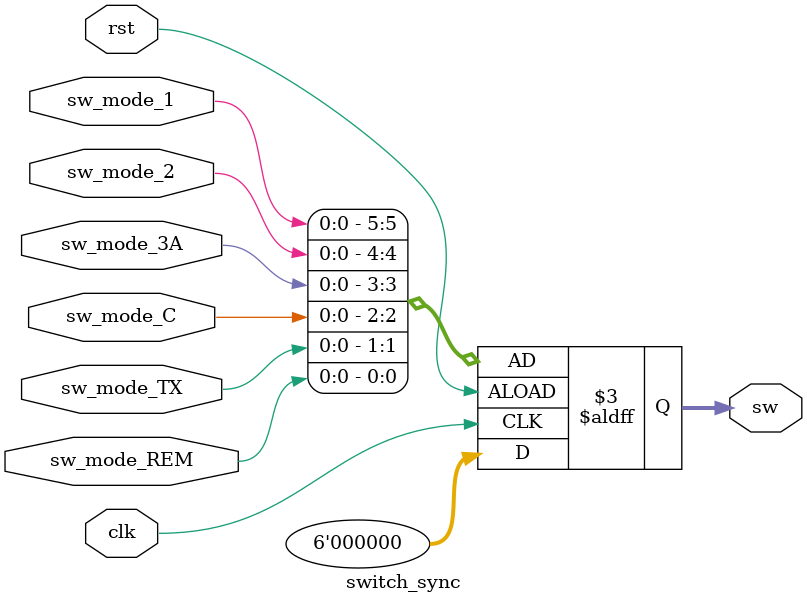
<source format=v>
module switch_sync
(
    input  wire sw_mode_1,
    input  wire sw_mode_2,
    input  wire sw_mode_3A,
    input  wire sw_mode_C,
    input  wire sw_mode_TX,
    input  wire sw_mode_REM,
    output reg[5:0] sw,
    input  wire clk, rst
);

always @(posedge clk, posedge rst)
begin
    if(~rst)
        sw <= 0;
    else
        sw <= {sw_mode_1, sw_mode_2, sw_mode_3A, sw_mode_C, sw_mode_TX, sw_mode_REM};
end

endmodule
</source>
